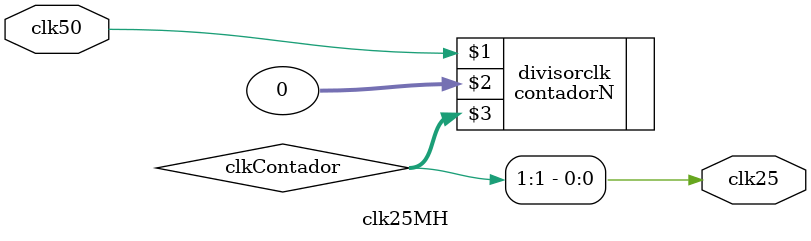
<source format=sv>
module clk25MH(input clk50, output logic clk25);

	logic [0:1] clkContador;
	
	generate
		contadorN #(2) divisorclk(clk50, 0, clkContador);
	endgenerate
	
	always_comb begin
		clk25 = clkContador[1];
	end

endmodule 
</source>
